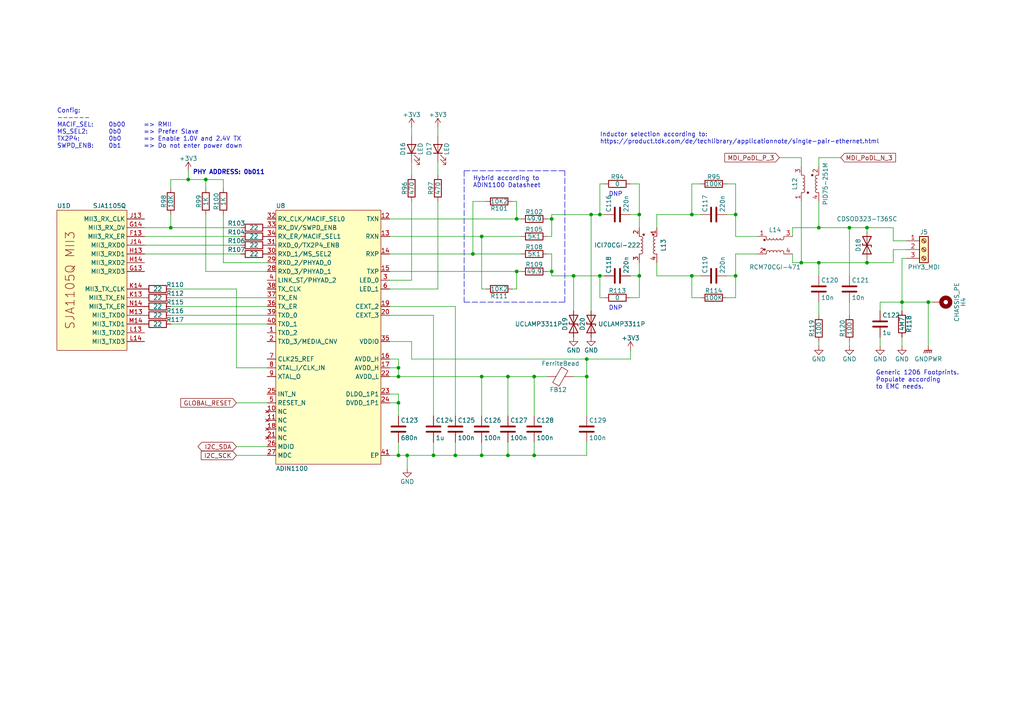
<source format=kicad_sch>
(kicad_sch (version 20211123) (generator eeschema)
  (paper "A4")
  (title_block (title "Open Hardware 10Base-T1L Switch") (date "2023-04-07") (rev "REV A") (company "Peter Heinrich") (comment 1 "Open Hardware License CERN-OHL-P v2") (comment 2 "https://github.com/peterheinrich/Open_10Base-T1L_Switch"))
  (lib_symbols
    (symbol "ADIN1100:ADIN1100"
      (property "Reference" "U" (at 0 1.27 0))
      (property "Value" "ADIN1100" (at 0 -74.93 0))
      (symbol "ADIN1100_1_1"
        (pin input line (at -2.54 -35.56 0) (length 2.54) (name "TXD_2") (number "1"))
        (pin no_connect line (at -2.54 -58.42 0) (length 2.54) (name "NC") (number "10"))
        (pin no_connect line (at -2.54 -60.96 0) (length 2.54) (name "NC") (number "11"))
        (pin bidirectional line (at 33.02 -2.54 180) (length 2.54) (name "TXN") (number "12"))
        (pin bidirectional line (at 33.02 -7.62 180) (length 2.54) (name "RXN") (number "13"))
        (pin bidirectional line (at 33.02 -12.7 180) (length 2.54) (name "RXP") (number "14"))
        (pin bidirectional line (at 33.02 -17.78 180) (length 2.54) (name "TXP") (number "15"))
        (pin power_in line (at 33.02 -43.18 180) (length 2.54) (name "AVDD_H") (number "16"))
        (pin power_in line (at 33.02 -45.72 180) (length 2.54) (name "AVDD_H") (number "17"))
        (pin no_connect line (at -2.54 -63.5 0) (length 2.54) (name "NC") (number "18"))
        (pin input line (at 33.02 -27.94 180) (length 2.54) (name "CEXT_2") (number "19"))
        (pin input line (at -2.54 -38.1 0) (length 2.54) (name "TXD_3/MEDIA_CNV") (number "2"))
        (pin input line (at 33.02 -30.48 180) (length 2.54) (name "CEXT_3") (number "20"))
        (pin no_connect line (at -2.54 -66.04 0) (length 2.54) (name "NC") (number "21"))
        (pin power_in line (at 33.02 -48.26 180) (length 2.54) (name "AVDD_L") (number "22"))
        (pin power_in line (at 33.02 -53.34 180) (length 2.54) (name "DLDO_1P1") (number "23"))
        (pin power_in line (at 33.02 -55.88 180) (length 2.54) (name "DVDD_1P1") (number "24"))
        (pin output line (at -2.54 -53.34 0) (length 2.54) (name "INT_N") (number "25"))
        (pin bidirectional line (at -2.54 -68.58 0) (length 2.54) (name "MDIO") (number "26"))
        (pin input line (at -2.54 -71.12 0) (length 2.54) (name "MDC") (number "27"))
        (pin output line (at -2.54 -17.78 0) (length 2.54) (name "RXD_3/PHYAD_1") (number "28"))
        (pin output line (at -2.54 -15.24 0) (length 2.54) (name "RXD_2/PHYAD_0") (number "29"))
        (pin output line (at 33.02 -20.32 180) (length 2.54) (name "LED_0") (number "3"))
        (pin output line (at -2.54 -12.7 0) (length 2.54) (name "RXD_1/MS_SEL2") (number "30"))
        (pin output line (at -2.54 -10.16 0) (length 2.54) (name "RXD_0/TX2P4_ENB") (number "31"))
        (pin output line (at -2.54 -2.54 0) (length 2.54) (name "RX_CLK/MACIF_SEL0") (number "32"))
        (pin output line (at -2.54 -5.08 0) (length 2.54) (name "RX_DV/SWPD_ENB") (number "33"))
        (pin output line (at -2.54 -7.62 0) (length 2.54) (name "RX_ER/MACIF_SEL1") (number "34"))
        (pin power_in line (at 33.02 -38.1 180) (length 2.54) (name "VDDIO") (number "35"))
        (pin input line (at -2.54 -27.94 0) (length 2.54) (name "TX_ER") (number "36"))
        (pin input line (at -2.54 -25.4 0) (length 2.54) (name "TX_EN") (number "37"))
        (pin output line (at -2.54 -22.86 0) (length 2.54) (name "TX_CLK") (number "38"))
        (pin input line (at -2.54 -30.48 0) (length 2.54) (name "TXD_0") (number "39"))
        (pin output line (at -2.54 -20.32 0) (length 2.54) (name "LINK_ST/PHYAD_2") (number "4"))
        (pin input line (at -2.54 -33.02 0) (length 2.54) (name "TXD_1") (number "40"))
        (pin power_in line (at 33.02 -71.12 180) (length 2.54) (name "EP") (number "41"))
        (pin input line (at -2.54 -55.88 0) (length 2.54) (name "RESET_N") (number "5"))
        (pin output line (at 33.02 -22.86 180) (length 2.54) (name "LED_1") (number "6"))
        (pin output line (at -2.54 -43.18 0) (length 2.54) (name "CLK25_REF") (number "7"))
        (pin input line (at -2.54 -45.72 0) (length 2.54) (name "XTAL_I/CLK_IN") (number "8"))
        (pin output line (at -2.54 -48.26 0) (length 2.54) (name "XTAL_O") (number "9"))
      )
    )
    (symbol "Connector:Screw_Terminal_01x03" (pin_names (offset 1.016) hide)
      (property "Reference" "J" (at 0 5.08 0))
      (property "Value" "Screw_Terminal_01x03" (at 0 -5.08 0))
      (symbol "Screw_Terminal_01x03_1_1"
        (pin passive line (at -5.08 2.54 0) (length 3.81) (name "Pin_1") (number "1"))
        (pin passive line (at -5.08 0 0) (length 3.81) (name "Pin_2") (number "2"))
        (pin passive line (at -5.08 -2.54 0) (length 3.81) (name "Pin_3") (number "3"))
      )
    )
    (symbol "Device:C" (pin_numbers hide) (pin_names (offset 0.254))
      (property "Reference" "C" (at 0.635 2.54 0))
      (property "Value" "C" (at 0.635 -2.54 0))
      (symbol "C_1_1"
        (pin passive line (at 0 3.81 270) (length 2.794) (name "~") (number "1"))
        (pin passive line (at 0 -3.81 90) (length 2.794) (name "~") (number "2"))
      )
    )
    (symbol "Device:D_TVS" (pin_numbers hide) (pin_names (offset 1.016) hide)
      (property "Reference" "D" (at 0 2.54 0))
      (property "Value" "D_TVS" (at 0 -2.54 0))
      (symbol "D_TVS_1_1"
        (pin passive line (at -3.81 0 0) (length 2.54) (name "A1") (number "1"))
        (pin passive line (at 3.81 0 180) (length 2.54) (name "A2") (number "2"))
      )
    )
    (symbol "Device:FerriteBead" (pin_numbers hide) (pin_names (offset 0))
      (property "Reference" "FB" (at -3.81 0.635 90))
      (property "Value" "FerriteBead" (at 3.81 0 90))
      (symbol "FerriteBead_1_1"
        (pin passive line (at 0 3.81 270) (length 2.54) (name "~") (number "1"))
        (pin passive line (at 0 -3.81 90) (length 2.54) (name "~") (number "2"))
      )
    )
    (symbol "Device:LED" (pin_numbers hide) (pin_names (offset 1.016) hide)
      (property "Reference" "D" (at 0 2.54 0))
      (property "Value" "LED" (at 0 -2.54 0))
      (symbol "LED_1_1"
        (pin passive line (at -3.81 0 0) (length 2.54) (name "K") (number "1"))
        (pin passive line (at 3.81 0 180) (length 2.54) (name "A") (number "2"))
      )
    )
    (symbol "Device:L_Coupled_1324" (pin_names (offset 0.254) hide)
      (property "Reference" "L" (at 0 4.445 0))
      (property "Value" "L_Coupled_1324" (at 0 -4.445 0))
      (symbol "L_Coupled_1324_1_1"
        (pin passive line (at -5.08 2.54 0) (length 2.54) (name "1") (number "1"))
        (pin passive line (at -5.08 -2.54 0) (length 2.54) (name "2") (number "2"))
        (pin passive line (at 5.08 2.54 180) (length 2.54) (name "3") (number "3"))
        (pin passive line (at 5.08 -2.54 180) (length 2.54) (name "4") (number "4"))
      )
    )
    (symbol "Device:L_Coupled_1423" (pin_names (offset 0.254) hide)
      (property "Reference" "L" (at 0 4.445 0))
      (property "Value" "L_Coupled_1423" (at 0 -4.445 0))
      (symbol "L_Coupled_1423_1_1"
        (pin passive line (at -5.08 2.54 0) (length 2.54) (name "1") (number "1"))
        (pin passive line (at -5.08 -2.54 0) (length 2.54) (name "2") (number "2"))
        (pin passive line (at 5.08 -2.54 180) (length 2.54) (name "3") (number "3"))
        (pin passive line (at 5.08 2.54 180) (length 2.54) (name "4") (number "4"))
      )
    )
    (symbol "Device:R" (pin_numbers hide) (pin_names (offset 0))
      (property "Reference" "R" (at 2.032 0 90))
      (property "Value" "R" (at 0 0 90))
      (symbol "R_1_1"
        (pin passive line (at 0 3.81 270) (length 1.27) (name "~") (number "1"))
        (pin passive line (at 0 -3.81 90) (length 1.27) (name "~") (number "2"))
      )
    )
    (symbol "L_differential_1324:L_Coupled_1324" (pin_names (offset 0.254) hide)
      (property "Reference" "L?" (at 0 4.445 0))
      (property "Value" "L_Coupled_1324" (at 0 -4.445 0))
      (symbol "L_Coupled_1324_1_1"
        (pin passive line (at -5.08 2.54 0) (length 2.54) (name "1") (number "1"))
        (pin passive line (at 5.08 -2.54 180) (length 2.54) (name "2") (number "2"))
        (pin passive line (at 5.08 2.54 180) (length 2.54) (name "3") (number "3"))
        (pin passive line (at -5.08 -2.54 0) (length 2.54) (name "4") (number "4"))
      )
    )
    (symbol "Mechanical:MountingHole_Pad" (pin_numbers hide) (pin_names (offset 1.016) hide)
      (property "Reference" "H" (at 0 6.35 0))
      (property "Value" "MountingHole_Pad" (at 0 4.445 0))
      (symbol "MountingHole_Pad_1_1"
        (pin input line (at 0 -2.54 90) (length 2.54) (name "1") (number "1"))
      )
    )
    (symbol "SJA1105Q:SJA1105Q"
      (property "Reference" "U" (at 0 1.27 0))
      (property "Value" "SJA1105Q" (at 15.24 1.27 0))
      (symbol "SJA1105Q_1_1"
        (text "SJA1105Q MII0" (at 3.81 -20.32 900) (effects (font (size 2.54 2.54))))
        (pin output line (at 25.4 -30.48 180) (length 5.08) (name "MII0_TXD0") (number "A2"))
        (pin output line (at 25.4 -27.94 180) (length 5.08) (name "MII0_TX_ER") (number "A3"))
        (pin output line (at 25.4 -33.02 180) (length 5.08) (name "MII0_TXD1") (number "B1"))
        (pin output line (at 25.4 -38.1 180) (length 5.08) (name "MII0_TXD3") (number "C1"))
        (pin output line (at 25.4 -35.56 180) (length 5.08) (name "MII0_TXD2") (number "C2"))
        (pin bidirectional line (at 25.4 -22.86 180) (length 5.08) (name "MII0_TX_CLK") (number "D1"))
        (pin output line (at 25.4 -25.4 180) (length 5.08) (name "MII0_TX_EN") (number "D2"))
        (pin input line (at 25.4 -10.16 180) (length 5.08) (name "MII0_RXD0") (number "E1"))
        (pin bidirectional line (at 25.4 -2.54 180) (length 5.08) (name "MII0_RX_CLK") (number "E2"))
        (pin input line (at 25.4 -15.24 180) (length 5.08) (name "MII0_RXD2") (number "F1"))
        (pin input line (at 25.4 -12.7 180) (length 5.08) (name "MII0_RXD1") (number "F2"))
        (pin input line (at 25.4 -5.08 180) (length 5.08) (name "MII0_RX_DV") (number "G1"))
        (pin input line (at 25.4 -17.78 180) (length 5.08) (name "MII0_RXD3") (number "G2"))
        (pin input line (at 25.4 -7.62 180) (length 5.08) (name "MII0_RX_ER") (number "H2"))
      )
      (symbol "SJA1105Q_2_1"
        (text "SJA1105Q MII1" (at 3.81 -20.32 900) (effects (font (size 2.54 2.54))))
        (pin output line (at 25.4 -27.94 180) (length 5.08) (name "MII1_TX_ER") (number "A10"))
        (pin input line (at 25.4 -5.08 180) (length 5.08) (name "MII1_RX_DV") (number "A4"))
        (pin input line (at 25.4 -15.24 180) (length 5.08) (name "MII1_RXD2") (number "A5"))
        (pin input line (at 25.4 -10.16 180) (length 5.08) (name "MII1_RXD0") (number "A6"))
        (pin bidirectional line (at 25.4 -22.86 180) (length 5.08) (name "MII1_TX_CLK") (number "A7"))
        (pin output line (at 25.4 -38.1 180) (length 5.08) (name "MII1_TXD3") (number "A8"))
        (pin output line (at 25.4 -33.02 180) (length 5.08) (name "MII1_TXD1") (number "A9"))
        (pin input line (at 25.4 -7.62 180) (length 5.08) (name "MII1_RX_ER") (number "B3"))
        (pin input line (at 25.4 -17.78 180) (length 5.08) (name "MII1_RXD3") (number "B4"))
        (pin input line (at 25.4 -12.7 180) (length 5.08) (name "MII1_RXD1") (number "B5"))
        (pin bidirectional line (at 25.4 -2.54 180) (length 5.08) (name "MII1_RX_CLK") (number "B6"))
        (pin output line (at 25.4 -25.4 180) (length 5.08) (name "MII1_TX_EN") (number "B7"))
        (pin output line (at 25.4 -35.56 180) (length 5.08) (name "MII1_TXD2") (number "B8"))
        (pin output line (at 25.4 -30.48 180) (length 5.08) (name "MII1_TXD0") (number "B9"))
      )
      (symbol "SJA1105Q_3_1"
        (text "SJA1105Q MII2" (at 3.81 -20.32 900) (effects (font (size 2.54 2.54))))
        (pin input line (at 25.4 -5.08 180) (length 5.08) (name "MII2_RX_DV") (number "A11"))
        (pin input line (at 25.4 -15.24 180) (length 5.08) (name "MII2_RXD2") (number "A12"))
        (pin input line (at 25.4 -10.16 180) (length 5.08) (name "MII2_RXD0") (number "A13"))
        (pin input line (at 25.4 -7.62 180) (length 5.08) (name "MII2_RX_ER") (number "B10"))
        (pin input line (at 25.4 -17.78 180) (length 5.08) (name "MII2_RXD3") (number "B11"))
        (pin input line (at 25.4 -12.7 180) (length 5.08) (name "MII2_RXD1") (number "B12"))
        (pin bidirectional line (at 25.4 -2.54 180) (length 5.08) (name "MII2_RX_CLK") (number "B14"))
        (pin output line (at 25.4 -25.4 180) (length 5.08) (name "MII2_TX_EN") (number "C13"))
        (pin bidirectional line (at 25.4 -22.86 180) (length 5.08) (name "MII2_TX_CLK") (number "C14"))
        (pin output line (at 25.4 -35.56 180) (length 5.08) (name "MII2_TXD2") (number "D13"))
        (pin output line (at 25.4 -38.1 180) (length 5.08) (name "MII2_TXD3") (number "D14"))
        (pin output line (at 25.4 -30.48 180) (length 5.08) (name "MII2_TXD0") (number "E13"))
        (pin output line (at 25.4 -33.02 180) (length 5.08) (name "MII2_TXD1") (number "E14"))
        (pin output line (at 25.4 -27.94 180) (length 5.08) (name "MII2_TX_ER") (number "F14"))
      )
      (symbol "SJA1105Q_4_1"
        (text "SJA1105Q MII3" (at 3.81 -20.32 900) (effects (font (size 2.54 2.54))))
        (pin input line (at 25.4 -7.62 180) (length 5.08) (name "MII3_RX_ER") (number "F13"))
        (pin input line (at 25.4 -17.78 180) (length 5.08) (name "MII3_RXD3") (number "G13"))
        (pin input line (at 25.4 -5.08 180) (length 5.08) (name "MII3_RX_DV") (number "G14"))
        (pin input line (at 25.4 -12.7 180) (length 5.08) (name "MII3_RXD1") (number "H13"))
        (pin input line (at 25.4 -15.24 180) (length 5.08) (name "MII3_RXD2") (number "H14"))
        (pin bidirectional line (at 25.4 -2.54 180) (length 5.08) (name "MII3_RX_CLK") (number "J13"))
        (pin input line (at 25.4 -10.16 180) (length 5.08) (name "MII3_RXD0") (number "J14"))
        (pin output line (at 25.4 -25.4 180) (length 5.08) (name "MII3_TX_EN") (number "K13"))
        (pin bidirectional line (at 25.4 -22.86 180) (length 5.08) (name "MII3_TX_CLK") (number "K14"))
        (pin output line (at 25.4 -35.56 180) (length 5.08) (name "MII3_TXD2") (number "L13"))
        (pin output line (at 25.4 -38.1 180) (length 5.08) (name "MII3_TXD3") (number "L14"))
        (pin output line (at 25.4 -30.48 180) (length 5.08) (name "MII3_TXD0") (number "M13"))
        (pin output line (at 25.4 -33.02 180) (length 5.08) (name "MII3_TXD1") (number "M14"))
        (pin output line (at 25.4 -27.94 180) (length 5.08) (name "MII3_TX_ER") (number "N14"))
      )
      (symbol "SJA1105Q_5_1"
        (text "SJA1105Q MII4" (at 3.81 -20.32 900) (effects (font (size 2.54 2.54))))
        (pin input line (at 25.4 -10.16 180) (length 5.08) (name "MII4_RXD0") (number "N10"))
        (pin input line (at 25.4 -15.24 180) (length 5.08) (name "MII4_RXD2") (number "N11"))
        (pin input line (at 25.4 -5.08 180) (length 5.08) (name "MII4_RX_DV") (number "N12"))
        (pin output line (at 25.4 -33.02 180) (length 5.08) (name "MII4_TXD1") (number "N7"))
        (pin output line (at 25.4 -38.1 180) (length 5.08) (name "MII4_TXD3") (number "N8"))
        (pin bidirectional line (at 25.4 -22.86 180) (length 5.08) (name "MII4_TX_CLK") (number "N9"))
        (pin bidirectional line (at 25.4 -2.54 180) (length 5.08) (name "MII4_RX_CLK") (number "P10"))
        (pin input line (at 25.4 -12.7 180) (length 5.08) (name "MII4_RXD1") (number "P11"))
        (pin input line (at 25.4 -17.78 180) (length 5.08) (name "MII4_RXD3") (number "P12"))
        (pin input line (at 25.4 -7.62 180) (length 5.08) (name "MII4_RX_ER") (number "P13"))
        (pin output line (at 25.4 -27.94 180) (length 5.08) (name "MII4_TX_ER") (number "P6"))
        (pin output line (at 25.4 -30.48 180) (length 5.08) (name "MII4_TXD0") (number "P7"))
        (pin output line (at 25.4 -35.56 180) (length 5.08) (name "MII4_TXD2") (number "P8"))
        (pin output line (at 25.4 -25.4 180) (length 5.08) (name "MII4_TX_EN") (number "P9"))
      )
      (symbol "SJA1105Q_6_1"
        (text "SJA1105Q CLK" (at 15.24 -17.78 900) (effects (font (size 2.54 2.54))))
        (pin output line (at -5.08 -2.54 0) (length 5.08) (name "CLK_OUT") (number "H1"))
        (pin input line (at -5.08 -20.32 0) (length 5.08) (name "OSC_IN") (number "K2"))
        (pin output line (at -5.08 -7.62 0) (length 5.08) (name "OSC_OUT") (number "L1"))
        (pin power_in line (at 33.02 -17.78 180) (length 5.08) (name "i.c.") (number "L4"))
        (pin input line (at 33.02 -2.54 180) (length 5.08) (name "TRST_N") (number "M1"))
        (pin input line (at 33.02 -10.16 180) (length 5.08) (name "TDI") (number "M2"))
        (pin input line (at 33.02 -12.7 180) (length 5.08) (name "TCK") (number "N1"))
        (pin output line (at 33.02 -7.62 180) (length 5.08) (name "TDO") (number "N3"))
        (pin bidirectional line (at -5.08 -33.02 0) (length 5.08) (name "PTP_CLK") (number "N4"))
        (pin input line (at 33.02 -25.4 180) (length 5.08) (name "SDI") (number "N5"))
        (pin input line (at 33.02 -30.48 180) (length 5.08) (name "SS_N") (number "N6"))
        (pin input line (at 33.02 -5.08 180) (length 5.08) (name "TMS") (number "P2"))
        (pin input line (at 33.02 -33.02 180) (length 5.08) (name "RST_N") (number "P3"))
        (pin output line (at 33.02 -27.94 180) (length 5.08) (name "SDO") (number "P4"))
        (pin input line (at 33.02 -22.86 180) (length 5.08) (name "SCK") (number "P5"))
      )
      (symbol "SJA1105Q_7_1"
        (text "SJA1105Q Power" (at 12.7 -48.26 900) (effects (font (size 2.54 2.54))))
        (pin power_in line (at -5.08 -2.54 0) (length 5.08) (name "VSS") (number "A1"))
        (pin power_in line (at 33.02 -88.9 180) (length 5.08) (name "VSS") (number "A14"))
        (pin power_in line (at 33.02 -83.82 180) (length 5.08) (name "VSS") (number "B13"))
        (pin power_in line (at 33.02 -48.26 180) (length 5.08) (name "VDDIO_MII2") (number "D10"))
        (pin power_in line (at 33.02 -50.8 180) (length 5.08) (name "VDDIO_MII2") (number "D11"))
        (pin power_in line (at 33.02 -33.02 180) (length 5.08) (name "VDDIO_MII0") (number "D4"))
        (pin power_in line (at 33.02 -40.64 180) (length 5.08) (name "VDDIO_MII1") (number "D5"))
        (pin power_in line (at 33.02 -7.62 180) (length 5.08) (name "VDD_CORE") (number "D6"))
        (pin power_in line (at 33.02 -43.18 180) (length 5.08) (name "VDDIO_MII1") (number "D7"))
        (pin power_in line (at 33.02 -45.72 180) (length 5.08) (name "VDDIO_MII1") (number "D8"))
        (pin power_in line (at 33.02 -12.7 180) (length 5.08) (name "VDD_CORE") (number "D9"))
        (pin power_in line (at -5.08 -91.44 0) (length 5.08) (name "VSS") (number "E10"))
        (pin power_in line (at 33.02 -53.34 180) (length 5.08) (name "VDDIO_MII2") (number "E11"))
        (pin power_in line (at 33.02 -35.56 180) (length 5.08) (name "VDDIO_MII0") (number "E4"))
        (pin power_in line (at -5.08 -12.7 0) (length 5.08) (name "VSS") (number "E5"))
        (pin power_in line (at -5.08 -27.94 0) (length 5.08) (name "VSS") (number "E6"))
        (pin power_in line (at -5.08 -43.18 0) (length 5.08) (name "VSS") (number "E7"))
        (pin power_in line (at -5.08 -60.96 0) (length 5.08) (name "VSS") (number "E8"))
        (pin power_in line (at -5.08 -76.2 0) (length 5.08) (name "VSS") (number "E9"))
        (pin power_in line (at -5.08 -93.98 0) (length 5.08) (name "VSS") (number "F10"))
        (pin power_in line (at 33.02 -17.78 180) (length 5.08) (name "VDD_CORE") (number "F11"))
        (pin power_in line (at 33.02 -2.54 180) (length 5.08) (name "VDD_CORE") (number "F4"))
        (pin power_in line (at -5.08 -15.24 0) (length 5.08) (name "VSS") (number "F5"))
        (pin power_in line (at -5.08 -30.48 0) (length 5.08) (name "VSS") (number "F6"))
        (pin power_in line (at -5.08 -45.72 0) (length 5.08) (name "VSS") (number "F7"))
        (pin power_in line (at -5.08 -63.5 0) (length 5.08) (name "VSS") (number "F8"))
        (pin power_in line (at -5.08 -78.74 0) (length 5.08) (name "VSS") (number "F9"))
        (pin power_in line (at -5.08 -96.52 0) (length 5.08) (name "VSS") (number "G10"))
        (pin power_in line (at 33.02 -55.88 180) (length 5.08) (name "VDDIO_MII3") (number "G11"))
        (pin power_in line (at 33.02 -38.1 180) (length 5.08) (name "VDDIO_MII0") (number "G4"))
        (pin power_in line (at -5.08 -17.78 0) (length 5.08) (name "VSS") (number "G5"))
        (pin power_in line (at -5.08 -33.02 0) (length 5.08) (name "VSS") (number "G6"))
        (pin power_in line (at -5.08 -48.26 0) (length 5.08) (name "VSS") (number "G7"))
        (pin power_in line (at -5.08 -66.04 0) (length 5.08) (name "VSS") (number "G8"))
        (pin power_in line (at -5.08 -81.28 0) (length 5.08) (name "VSS") (number "G9"))
        (pin power_in line (at 33.02 -76.2 180) (length 5.08) (name "VSS") (number "H10"))
        (pin power_in line (at 33.02 -58.42 180) (length 5.08) (name "VDDIO_MII3") (number "H11"))
        (pin power_in line (at 33.02 -27.94 180) (length 5.08) (name "VDDIO_CLO") (number "H4"))
        (pin power_in line (at -5.08 -20.32 0) (length 5.08) (name "VSS") (number "H5"))
        (pin power_in line (at -5.08 -35.56 0) (length 5.08) (name "VSS") (number "H6"))
        (pin power_in line (at -5.08 -50.8 0) (length 5.08) (name "VSS") (number "H7"))
        (pin power_in line (at -5.08 -68.58 0) (length 5.08) (name "VSS") (number "H8"))
        (pin power_in line (at -5.08 -83.82 0) (length 5.08) (name "VSS") (number "H9"))
        (pin power_in line (at 33.02 -25.4 180) (length 5.08) (name "VDDA_PLL") (number "J1"))
        (pin power_in line (at 33.02 -78.74 180) (length 5.08) (name "VSS") (number "J10"))
        (pin power_in line (at 33.02 -20.32 180) (length 5.08) (name "VDD_CORE") (number "J11"))
        (pin power_in line (at 33.02 -96.52 180) (length 5.08) (name "VSSA_PLL") (number "J2"))
        (pin power_in line (at 33.02 -5.08 180) (length 5.08) (name "VDD_CORE") (number "J4"))
        (pin power_in line (at -5.08 -22.86 0) (length 5.08) (name "VSS") (number "J5"))
        (pin power_in line (at -5.08 -38.1 0) (length 5.08) (name "VSS") (number "J6"))
        (pin power_in line (at -5.08 -53.34 0) (length 5.08) (name "VSS") (number "J7"))
        (pin power_in line (at -5.08 -71.12 0) (length 5.08) (name "VSS") (number "J8"))
        (pin power_in line (at -5.08 -86.36 0) (length 5.08) (name "VSS") (number "J9"))
        (pin power_in line (at 33.02 -22.86 180) (length 5.08) (name "VDDA_OSC") (number "K1"))
        (pin power_in line (at 33.02 -81.28 180) (length 5.08) (name "VSS") (number "K10"))
        (pin power_in line (at 33.02 -60.96 180) (length 5.08) (name "VDDIO_MII3") (number "K11"))
        (pin power_in line (at -5.08 -10.16 0) (length 5.08) (name "VSS") (number "K4"))
        (pin power_in line (at -5.08 -25.4 0) (length 5.08) (name "VSS") (number "K5"))
        (pin power_in line (at -5.08 -40.64 0) (length 5.08) (name "VSS") (number "K6"))
        (pin power_in line (at -5.08 -55.88 0) (length 5.08) (name "VSS") (number "K7"))
        (pin power_in line (at -5.08 -73.66 0) (length 5.08) (name "VSS") (number "K8"))
        (pin power_in line (at -5.08 -88.9 0) (length 5.08) (name "VSS") (number "K9"))
        (pin power_in line (at 33.02 -66.04 180) (length 5.08) (name "VDDIO_MII4") (number "L10"))
        (pin power_in line (at 33.02 -68.58 180) (length 5.08) (name "VDDIO_MII4") (number "L11"))
        (pin power_in line (at 33.02 -93.98 180) (length 5.08) (name "VSSA_OSC") (number "L2"))
        (pin power_in line (at 33.02 -30.48 180) (length 5.08) (name "VDDIO_HOST") (number "L5"))
        (pin power_in line (at 33.02 -10.16 180) (length 5.08) (name "VDD_CORE") (number "L6"))
        (pin power_in line (at -5.08 -58.42 0) (length 5.08) (name "VSS") (number "L7"))
        (pin power_in line (at 33.02 -63.5 180) (length 5.08) (name "VDDIO_MII4") (number "L8"))
        (pin power_in line (at 33.02 -15.24 180) (length 5.08) (name "VDD_CORE") (number "L9"))
        (pin power_in line (at 33.02 -86.36 180) (length 5.08) (name "VSS") (number "N13"))
        (pin power_in line (at -5.08 -7.62 0) (length 5.08) (name "VSS") (number "N2"))
        (pin power_in line (at -5.08 -5.08 0) (length 5.08) (name "VSS") (number "P1"))
        (pin power_in line (at 33.02 -91.44 180) (length 5.08) (name "VSS") (number "P14"))
      )
    )
    (symbol "power:+3V3" (power) (pin_names (offset 0))
      (property "Value" "+3V3" (at 0 3.556 0))
      (symbol "+3V3_1_1"
        (pin power_in line (at 0 0 90) (length 0) hide (name "+3V3") (number "1"))
      )
    )
    (symbol "power:GND" (power) (pin_names (offset 0))
      (property "Value" "GND" (at 0 -3.81 0))
      (symbol "GND_1_1"
        (pin power_in line (at 0 0 270) (length 0) hide (name "GND") (number "1"))
      )
    )
    (symbol "power:GNDPWR" (power) (pin_names (offset 0))
      (property "Value" "GNDPWR" (at 0 -3.302 0))
      (symbol "GNDPWR_1_1"
        (pin power_in line (at 0 0 270) (length 0) hide (name "GNDPWR") (number "1"))
      )
    )
  )
  (junction (at 118.11 132.08))
  (junction (at 185.42 62.23))
  (junction (at 49.53 66.04))
  (junction (at 200.66 80.01))
  (junction (at 149.86 78.74))
  (junction (at 166.37 80.01))
  (junction (at 115.57 106.68))
  (junction (at 237.49 66.04))
  (junction (at 139.7 132.08))
  (junction (at 246.38 66.04))
  (junction (at 237.49 76.2))
  (junction (at 115.57 116.84))
  (junction (at 137.16 73.66))
  (junction (at 251.46 66.04))
  (junction (at 251.46 76.2))
  (junction (at 185.42 80.01))
  (junction (at 139.7 109.22))
  (junction (at 147.32 109.22))
  (junction (at 139.7 68.58))
  (junction (at 125.73 132.08))
  (junction (at 269.24 87.63))
  (junction (at 54.61 52.07))
  (junction (at 154.94 132.08))
  (junction (at 200.66 62.23))
  (junction (at 149.86 63.5))
  (junction (at 173.99 62.23))
  (junction (at 173.99 80.01))
  (junction (at 170.18 109.22))
  (junction (at 170.18 104.14))
  (junction (at 171.45 62.23))
  (junction (at 261.62 87.63))
  (junction (at 213.36 80.01))
  (junction (at 154.94 109.22))
  (junction (at 147.32 132.08))
  (junction (at 115.57 109.22))
  (junction (at 160.02 78.74))
  (junction (at 115.57 132.08))
  (junction (at 232.41 76.2))
  (junction (at 132.08 132.08))
  (junction (at 59.69 52.07))
  (junction (at 160.02 63.5))
  (junction (at 213.36 62.23))
  (wire (pts (xy 115.57 132.08) (xy 118.11 132.08)))
  (wire (pts (xy 170.18 104.14) (xy 182.88 104.14)))
  (wire (pts (xy 246.38 66.04) (xy 246.38 80.01)))
  (wire (pts (xy 246.38 87.63) (xy 246.38 91.44)))
  (wire (pts (xy 237.49 99.06) (xy 237.49 100.33)))
  (wire (pts (xy 210.82 86.36) (xy 213.36 86.36)))
  (wire (pts (xy 41.91 71.12) (xy 69.85 71.12)))
  (polyline (pts (xy 163.83 87.63) (xy 163.83 49.53)))
  (wire (pts (xy 173.99 62.23) (xy 175.26 62.23)))
  (wire (pts (xy 251.46 76.2) (xy 259.08 76.2)))
  (wire (pts (xy 237.49 66.04) (xy 246.38 66.04)))
  (wire (pts (xy 49.53 86.36) (xy 77.47 86.36)))
  (wire (pts (xy 113.03 73.66) (xy 137.16 73.66)))
  (wire (pts (xy 262.89 72.39) (xy 259.08 72.39)))
  (wire (pts (xy 237.49 76.2) (xy 237.49 80.01)))
  (wire (pts (xy 262.89 69.85) (xy 259.08 69.85)))
  (wire (pts (xy 270.51 87.63) (xy 269.24 87.63)))
  (wire (pts (xy 229.87 76.2) (xy 229.87 73.66)))
  (wire (pts (xy 49.53 83.82) (xy 68.58 83.82)))
  (wire (pts (xy 68.58 106.68) (xy 77.47 106.68)))
  (wire (pts (xy 147.32 132.08) (xy 154.94 132.08)))
  (wire (pts (xy 190.5 80.01) (xy 190.5 76.2)))
  (wire (pts (xy 261.62 87.63) (xy 261.62 74.93)))
  (wire (pts (xy 41.91 66.04) (xy 49.53 66.04)))
  (wire (pts (xy 49.53 91.44) (xy 77.47 91.44)))
  (wire (pts (xy 113.03 106.68) (xy 115.57 106.68)))
  (wire (pts (xy 41.91 68.58) (xy 69.85 68.58)))
  (wire (pts (xy 173.99 86.36) (xy 173.99 80.01)))
  (wire (pts (xy 158.75 68.58) (xy 160.02 68.58)))
  (wire (pts (xy 182.88 80.01) (xy 185.42 80.01)))
  (wire (pts (xy 185.42 53.34) (xy 185.42 62.23)))
  (wire (pts (xy 182.88 62.23) (xy 185.42 62.23)))
  (wire (pts (xy 154.94 109.22) (xy 158.75 109.22)))
  (wire (pts (xy 200.66 62.23) (xy 203.2 62.23)))
  (wire (pts (xy 119.38 58.42) (xy 119.38 81.28)))
  (wire (pts (xy 232.41 58.42) (xy 232.41 76.2)))
  (wire (pts (xy 203.2 86.36) (xy 200.66 86.36)))
  (wire (pts (xy 132.08 128.27) (xy 132.08 132.08)))
  (wire (pts (xy 190.5 80.01) (xy 200.66 80.01)))
  (wire (pts (xy 171.45 62.23) (xy 173.99 62.23)))
  (wire (pts (xy 226.06 45.72) (xy 232.41 45.72)))
  (wire (pts (xy 171.45 62.23) (xy 171.45 90.17)))
  (polyline (pts (xy 134.62 87.63) (xy 163.83 87.63)))
  (wire (pts (xy 113.03 68.58) (xy 139.7 68.58)))
  (wire (pts (xy 125.73 132.08) (xy 125.73 128.27)))
  (wire (pts (xy 139.7 109.22) (xy 115.57 109.22)))
  (wire (pts (xy 170.18 132.08) (xy 170.18 128.27)))
  (wire (pts (xy 113.03 88.9) (xy 132.08 88.9)))
  (wire (pts (xy 149.86 78.74) (xy 151.13 78.74)))
  (wire (pts (xy 149.86 58.42) (xy 149.86 63.5)))
  (wire (pts (xy 175.26 80.01) (xy 173.99 80.01)))
  (wire (pts (xy 160.02 62.23) (xy 160.02 63.5)))
  (wire (pts (xy 68.58 116.84) (xy 77.47 116.84)))
  (wire (pts (xy 185.42 62.23) (xy 185.42 66.04)))
  (wire (pts (xy 115.57 106.68) (xy 115.57 109.22)))
  (wire (pts (xy 41.91 73.66) (xy 69.85 73.66)))
  (wire (pts (xy 190.5 62.23) (xy 200.66 62.23)))
  (wire (pts (xy 154.94 132.08) (xy 154.94 128.27)))
  (wire (pts (xy 119.38 46.99) (xy 119.38 50.8)))
  (wire (pts (xy 185.42 86.36) (xy 185.42 80.01)))
  (wire (pts (xy 213.36 53.34) (xy 213.36 62.23)))
  (wire (pts (xy 259.08 72.39) (xy 259.08 76.2)))
  (wire (pts (xy 237.49 45.72) (xy 243.84 45.72)))
  (wire (pts (xy 229.87 66.04) (xy 229.87 68.58)))
  (wire (pts (xy 213.36 62.23) (xy 213.36 68.58)))
  (wire (pts (xy 213.36 80.01) (xy 210.82 80.01)))
  (wire (pts (xy 125.73 120.65) (xy 125.73 91.44)))
  (wire (pts (xy 237.49 48.26) (xy 237.49 45.72)))
  (wire (pts (xy 125.73 91.44) (xy 113.03 91.44)))
  (wire (pts (xy 139.7 132.08) (xy 147.32 132.08)))
  (wire (pts (xy 147.32 120.65) (xy 147.32 109.22)))
  (wire (pts (xy 59.69 52.07) (xy 59.69 54.61)))
  (wire (pts (xy 127 36.83) (xy 127 39.37)))
  (wire (pts (xy 219.71 68.58) (xy 213.36 68.58)))
  (wire (pts (xy 154.94 132.08) (xy 170.18 132.08)))
  (wire (pts (xy 182.88 104.14) (xy 182.88 101.6)))
  (wire (pts (xy 77.47 76.2) (xy 64.77 76.2)))
  (wire (pts (xy 113.03 132.08) (xy 115.57 132.08)))
  (wire (pts (xy 118.11 132.08) (xy 125.73 132.08)))
  (wire (pts (xy 64.77 76.2) (xy 64.77 62.23)))
  (wire (pts (xy 54.61 52.07) (xy 59.69 52.07)))
  (wire (pts (xy 154.94 109.22) (xy 147.32 109.22)))
  (wire (pts (xy 68.58 83.82) (xy 68.58 106.68)))
  (wire (pts (xy 139.7 68.58) (xy 139.7 83.82)))
  (wire (pts (xy 140.97 83.82) (xy 139.7 83.82)))
  (wire (pts (xy 147.32 109.22) (xy 139.7 109.22)))
  (wire (pts (xy 139.7 68.58) (xy 151.13 68.58)))
  (wire (pts (xy 170.18 109.22) (xy 170.18 120.65)))
  (wire (pts (xy 137.16 73.66) (xy 151.13 73.66)))
  (wire (pts (xy 113.03 99.06) (xy 119.38 99.06)))
  (wire (pts (xy 127 46.99) (xy 127 50.8)))
  (wire (pts (xy 68.58 132.08) (xy 77.47 132.08)))
  (wire (pts (xy 251.46 66.04) (xy 259.08 66.04)))
  (wire (pts (xy 59.69 78.74) (xy 77.47 78.74)))
  (wire (pts (xy 140.97 58.42) (xy 137.16 58.42)))
  (wire (pts (xy 115.57 114.3) (xy 115.57 116.84)))
  (wire (pts (xy 190.5 62.23) (xy 190.5 66.04)))
  (wire (pts (xy 59.69 62.23) (xy 59.69 78.74)))
  (wire (pts (xy 127 83.82) (xy 127 58.42)))
  (wire (pts (xy 237.49 76.2) (xy 251.46 76.2)))
  (wire (pts (xy 269.24 87.63) (xy 269.24 100.33)))
  (wire (pts (xy 229.87 66.04) (xy 237.49 66.04)))
  (wire (pts (xy 182.88 53.34) (xy 185.42 53.34)))
  (wire (pts (xy 119.38 99.06) (xy 119.38 104.14)))
  (wire (pts (xy 261.62 87.63) (xy 261.62 90.17)))
  (wire (pts (xy 170.18 104.14) (xy 170.18 109.22)))
  (wire (pts (xy 158.75 73.66) (xy 160.02 73.66)))
  (wire (pts (xy 119.38 36.83) (xy 119.38 39.37)))
  (wire (pts (xy 59.69 52.07) (xy 64.77 52.07)))
  (wire (pts (xy 49.53 88.9) (xy 77.47 88.9)))
  (wire (pts (xy 200.66 80.01) (xy 203.2 80.01)))
  (wire (pts (xy 213.36 86.36) (xy 213.36 80.01)))
  (wire (pts (xy 139.7 120.65) (xy 139.7 109.22)))
  (wire (pts (xy 113.03 83.82) (xy 127 83.82)))
  (polyline (pts (xy 134.62 49.53) (xy 163.83 49.53)))
  (wire (pts (xy 64.77 52.07) (xy 64.77 54.61)))
  (wire (pts (xy 232.41 76.2) (xy 237.49 76.2)))
  (wire (pts (xy 115.57 128.27) (xy 115.57 132.08)))
  (wire (pts (xy 255.27 97.79) (xy 255.27 100.33)))
  (wire (pts (xy 200.66 53.34) (xy 200.66 62.23)))
  (wire (pts (xy 132.08 88.9) (xy 132.08 120.65)))
  (wire (pts (xy 148.59 83.82) (xy 149.86 83.82)))
  (wire (pts (xy 149.86 78.74) (xy 149.86 83.82)))
  (wire (pts (xy 160.02 80.01) (xy 166.37 80.01)))
  (wire (pts (xy 49.53 52.07) (xy 54.61 52.07)))
  (wire (pts (xy 115.57 116.84) (xy 113.03 116.84)))
  (wire (pts (xy 119.38 104.14) (xy 170.18 104.14)))
  (wire (pts (xy 68.58 129.54) (xy 77.47 129.54)))
  (wire (pts (xy 251.46 74.93) (xy 251.46 76.2)))
  (wire (pts (xy 137.16 58.42) (xy 137.16 73.66)))
  (wire (pts (xy 147.32 132.08) (xy 147.32 128.27)))
  (wire (pts (xy 113.03 104.14) (xy 115.57 104.14)))
  (wire (pts (xy 269.24 87.63) (xy 261.62 87.63)))
  (wire (pts (xy 261.62 97.79) (xy 261.62 100.33)))
  (wire (pts (xy 200.66 86.36) (xy 200.66 80.01)))
  (wire (pts (xy 118.11 132.08) (xy 118.11 135.89)))
  (wire (pts (xy 210.82 53.34) (xy 213.36 53.34)))
  (wire (pts (xy 154.94 120.65) (xy 154.94 109.22)))
  (wire (pts (xy 132.08 132.08) (xy 125.73 132.08)))
  (wire (pts (xy 246.38 66.04) (xy 251.46 66.04)))
  (wire (pts (xy 255.27 87.63) (xy 255.27 90.17)))
  (wire (pts (xy 115.57 116.84) (xy 115.57 120.65)))
  (wire (pts (xy 229.87 76.2) (xy 232.41 76.2)))
  (wire (pts (xy 160.02 62.23) (xy 171.45 62.23)))
  (wire (pts (xy 237.49 58.42) (xy 237.49 66.04)))
  (wire (pts (xy 185.42 80.01) (xy 185.42 76.2)))
  (wire (pts (xy 115.57 104.14) (xy 115.57 106.68)))
  (wire (pts (xy 219.71 73.66) (xy 213.36 73.66)))
  (wire (pts (xy 49.53 66.04) (xy 69.85 66.04)))
  (wire (pts (xy 237.49 87.63) (xy 237.49 91.44)))
  (wire (pts (xy 210.82 62.23) (xy 213.36 62.23)))
  (wire (pts (xy 113.03 78.74) (xy 149.86 78.74)))
  (wire (pts (xy 113.03 63.5) (xy 149.86 63.5)))
  (wire (pts (xy 261.62 74.93) (xy 262.89 74.93)))
  (wire (pts (xy 175.26 53.34) (xy 173.99 53.34)))
  (wire (pts (xy 173.99 53.34) (xy 173.99 62.23)))
  (wire (pts (xy 54.61 49.53) (xy 54.61 52.07)))
  (wire (pts (xy 160.02 80.01) (xy 160.02 78.74)))
  (wire (pts (xy 251.46 66.04) (xy 251.46 67.31)))
  (wire (pts (xy 203.2 53.34) (xy 200.66 53.34)))
  (wire (pts (xy 261.62 87.63) (xy 255.27 87.63)))
  (wire (pts (xy 232.41 45.72) (xy 232.41 48.26)))
  (wire (pts (xy 119.38 81.28) (xy 113.03 81.28)))
  (wire (pts (xy 173.99 80.01) (xy 166.37 80.01)))
  (wire (pts (xy 166.37 80.01) (xy 166.37 90.17)))
  (wire (pts (xy 175.26 86.36) (xy 173.99 86.36)))
  (wire (pts (xy 148.59 58.42) (xy 149.86 58.42)))
  (wire (pts (xy 170.18 109.22) (xy 166.37 109.22)))
  (wire (pts (xy 132.08 132.08) (xy 139.7 132.08)))
  (wire (pts (xy 160.02 78.74) (xy 160.02 73.66)))
  (wire (pts (xy 158.75 78.74) (xy 160.02 78.74)))
  (wire (pts (xy 259.08 69.85) (xy 259.08 66.04)))
  (wire (pts (xy 49.53 93.98) (xy 77.47 93.98)))
  (wire (pts (xy 213.36 73.66) (xy 213.36 80.01)))
  (wire (pts (xy 49.53 54.61) (xy 49.53 52.07)))
  (wire (pts (xy 49.53 62.23) (xy 49.53 66.04)))
  (wire (pts (xy 113.03 114.3) (xy 115.57 114.3)))
  (wire (pts (xy 115.57 109.22) (xy 113.03 109.22)))
  (wire (pts (xy 160.02 63.5) (xy 160.02 68.58)))
  (wire (pts (xy 246.38 99.06) (xy 246.38 100.33)))
  (polyline (pts (xy 134.62 49.53) (xy 134.62 87.63)))
  (wire (pts (xy 182.88 86.36) (xy 185.42 86.36)))
  (wire (pts (xy 149.86 63.5) (xy 151.13 63.5)))
  (wire (pts (xy 139.7 132.08) (xy 139.7 128.27)))
  (wire (pts (xy 158.75 63.5) (xy 160.02 63.5)))
  (text "Hybrid according to\nADIN1100 Datasheet" (at 137.16 54.61 0) (effects (font (size 1.27 1.27)) (justify left bottom)))
  (text "DNP" (at 176.53 57.15 0) (effects (font (size 1.27 1.27)) (justify left bottom)))
  (text "Config:\n------\nMACIF_SEL: 	0b00 	=> RMII\nMS_SEL2: 	0b0 	=> Prefer Slave\nTX2P4: 		0b0 	=> Enable 1.0V and 2.4V TX\nSWPD_ENB: 	0b1 	=> Do not enter power down" (at 16.51 43.18 0) (effects (font (size 1.27 1.27)) (justify left bottom)))
  (text "Generic 1206 Footprints.\nPopulate according \nto EMC needs." (at 254 113.03 0) (effects (font (size 1.27 1.27)) (justify left bottom)))
  (text "Inductor selection according to:\nhttps://product.tdk.com/de/techlibrary/applicationnote/single-pair-ethernet.html" (at 173.99 41.91 0) (effects (font (size 1.27 1.27)) (justify left bottom)))
  (text "DNP" (at 176.53 90.17 0) (effects (font (size 1.27 1.27)) (justify left bottom)))
  (text "PHY ADDRESS: 0b011" (at 55.88 50.8 0) (effects (font (size 1.27 1.27) bold) (justify left bottom)))
  (global_label "GLOBAL_RESET" (shape input) (at 68.58 116.84 180) (property "Intersheet References" "${INTERSHEET_REFS}" (effects hide)))
  (global_label "I2C_SCK" (shape input) (at 68.58 132.08 180) (property "Intersheet References" "${INTERSHEET_REFS}" (effects hide)))
  (global_label "I2C_SDA" (shape bidirectional) (at 68.58 129.54 180) (property "Intersheet References" "${INTERSHEET_REFS}" (effects hide)))
  (global_label "MDI_PoDL_N_3" (shape input) (at 243.84 45.72 0) (property "Intersheet References" "${INTERSHEET_REFS}" (effects hide)))
  (global_label "MDI_PoDL_P_3" (shape input) (at 226.06 45.72 180) (property "Intersheet References" "${INTERSHEET_REFS}" (effects hide)))
  (symbol (lib_id "Device:C") (at 170.18 124.46 0) (unit 1)
    (property "Reference" "C129" (at 170.815 121.92 0) (effects (justify left)))
    (property "Value" "100n" (at 170.815 127 0) (effects (justify left)))
    (property "Footprint" "Capacitor_SMD:C_0603_1608Metric" (effects hide))
  )
  (symbol (lib_id "Device:R") (at 64.77 58.42 180) (unit 1)
    (property "Reference" "R100" (at 62.738 58.42 90))
    (property "Value" "1K" (at 64.77 58.42 90))
    (property "Footprint" "Resistor_SMD:R_0603_1608Metric" (effects hide))
  )
  (symbol (lib_id "power:GND") (at 255.27 100.33 0) (unit 1)
    (property "Reference" "#PWR0127" (effects hide))
    (property "Value" "GND" (at 255.27 104.14 0))
  )
  (symbol (lib_id "Device:R") (at 207.01 53.34 90) (unit 1)
    (property "Reference" "R95" (at 207.01 51.308 90))
    (property "Value" "100K" (at 207.01 53.34 90))
    (property "Footprint" "Resistor_SMD:R_0805_2012Metric" (effects hide))
  )
  (symbol (lib_id "Device:L_Coupled_1324") (at 224.79 71.12 0) (unit 1)
    (property "Reference" "L14" (at 224.79 66.675 0))
    (property "Value" "RCM70CGI-471" (at 224.79 77.47 0))
  )
  (symbol (lib_id "Device:C") (at 179.07 62.23 90) (unit 1)
    (property "Reference" "C116" (at 176.53 61.595 0) (effects (justify left)))
    (property "Value" "220n" (at 181.61 61.595 0) (effects (justify left)))
    (property "Footprint" "Capacitor_SMD:C_0805_2012Metric" (effects hide))
  )
  (symbol (lib_id "Device:C") (at 132.08 124.46 0) (unit 1)
    (property "Reference" "C125" (at 132.715 121.92 0) (effects (justify left)))
    (property "Value" "100n" (at 132.715 127 0) (effects (justify left)))
    (property "Footprint" "Capacitor_SMD:C_0603_1608Metric" (effects hide))
  )
  (symbol (lib_id "Device:R") (at 73.66 68.58 90) (unit 1)
    (property "Reference" "R104" (at 68.58 67.31 90))
    (property "Value" "22" (at 73.66 68.58 90))
    (property "Footprint" "Resistor_SMD:R_0603_1608Metric" (effects hide))
  )
  (symbol (lib_id "power:GNDPWR") (at 269.24 100.33 0) (unit 1)
    (property "Reference" "#PWR0129" (effects hide))
    (property "Value" "GNDPWR" (at 269.24 104.14 0))
  )
  (symbol (lib_id "Device:R") (at 261.62 93.98 0) (unit 1)
    (property "Reference" "R118" (at 263.652 93.98 90))
    (property "Value" "4M7" (at 261.62 93.98 90))
    (property "Footprint" "Resistor_SMD:R_1206_3216Metric" (effects hide))
  )
  (symbol (lib_id "Device:LED") (at 127 43.18 90) (unit 1)
    (property "Reference" "D17" (at 124.46 43.18 0))
    (property "Value" "LED" (at 129.54 43.18 0))
    (property "Footprint" "LED_SMD:LED_0603_1608Metric" (effects hide))
  )
  (symbol (lib_id "power:GND") (at 118.11 135.89 0) (unit 1)
    (property "Reference" "#PWR0131" (effects hide))
    (property "Value" "GND" (at 118.11 139.7 0))
  )
  (symbol (lib_id "Device:R") (at 119.38 54.61 180) (unit 1)
    (property "Reference" "R96" (at 117.348 54.61 90))
    (property "Value" "470" (at 119.38 54.61 90))
    (property "Footprint" "Resistor_SMD:R_0603_1608Metric" (effects hide))
  )
  (symbol (lib_id "Device:C") (at 115.57 124.46 0) (unit 1)
    (property "Reference" "C123" (at 116.205 121.92 0) (effects (justify left)))
    (property "Value" "680n" (at 116.205 127 0) (effects (justify left)))
    (property "Footprint" "Capacitor_SMD:C_0603_1608Metric" (effects hide))
  )
  (symbol (lib_id "Device:R") (at 154.94 68.58 90) (unit 1)
    (property "Reference" "R105" (at 154.94 66.548 90))
    (property "Value" "5K1" (at 154.94 68.58 90))
    (property "Footprint" "Resistor_SMD:R_0603_1608Metric" (effects hide))
  )
  (symbol (lib_id "Device:R") (at 179.07 86.36 90) (unit 1)
    (property "Reference" "R113" (at 179.07 84.328 90))
    (property "Value" "0" (at 179.07 86.36 90))
    (property "Footprint" "Resistor_SMD:R_0805_2012Metric" (effects hide))
  )
  (symbol (lib_id "Device:R") (at 73.66 73.66 90) (unit 1)
    (property "Reference" "R107" (at 68.58 72.39 90))
    (property "Value" "22" (at 73.66 73.66 90))
    (property "Footprint" "Resistor_SMD:R_0603_1608Metric" (effects hide))
  )
  (symbol (lib_id "Device:C") (at 255.27 93.98 0) (unit 1)
    (property "Reference" "C122" (at 255.905 91.44 0) (effects (justify left)))
    (property "Value" "1u" (at 255.905 96.52 0) (effects (justify left)))
    (property "Footprint" "Capacitor_SMD:C_1206_3216Metric" (effects hide))
  )
  (symbol (lib_id "Device:R") (at 45.72 83.82 90) (unit 1)
    (property "Reference" "R110" (at 50.8 82.55 90))
    (property "Value" "22" (at 45.72 83.82 90))
    (property "Footprint" "Resistor_SMD:R_0603_1608Metric" (effects hide))
  )
  (symbol (lib_id "Device:R") (at 144.78 58.42 270) (unit 1)
    (property "Reference" "R101" (at 144.78 60.452 90))
    (property "Value" "10K2" (at 144.78 58.42 90))
    (property "Footprint" "Resistor_SMD:R_0603_1608Metric" (effects hide))
  )
  (symbol (lib_id "power:+3V3") (at 54.61 49.53 0) (unit 1)
    (property "Reference" "#PWR0122" (effects hide))
    (property "Value" "+3V3" (at 54.61 45.974 0))
  )
  (symbol (lib_id "Device:D_TVS") (at 251.46 71.12 90) (unit 1)
    (property "Reference" "D18" (at 248.92 71.12 0))
    (property "Value" "CDSOD323-T36SC" (at 251.46 63.5 90))
  )
  (symbol (lib_id "Device:R") (at 144.78 83.82 270) (unit 1)
    (property "Reference" "R111" (at 144.78 85.852 90))
    (property "Value" "10K2" (at 144.78 83.82 90))
    (property "Footprint" "Resistor_SMD:R_0603_1608Metric" (effects hide))
  )
  (symbol (lib_id "Device:R") (at 73.66 66.04 90) (unit 1)
    (property "Reference" "R103" (at 68.58 64.77 90))
    (property "Value" "22" (at 73.66 66.04 90))
    (property "Footprint" "Resistor_SMD:R_0603_1608Metric" (effects hide))
  )
  (symbol (lib_id "Device:C") (at 237.49 83.82 0) (unit 1)
    (property "Reference" "C120" (at 238.125 81.28 0) (effects (justify left)))
    (property "Value" "10n" (at 238.125 86.36 0) (effects (justify left)))
    (property "Footprint" "Capacitor_SMD:C_0805_2012Metric" (effects hide))
  )
  (symbol (lib_id "Device:C") (at 246.38 83.82 0) (unit 1)
    (property "Reference" "C121" (at 247.015 81.28 0) (effects (justify left)))
    (property "Value" "10n" (at 247.015 86.36 0) (effects (justify left)))
    (property "Footprint" "Capacitor_SMD:C_0805_2012Metric" (effects hide))
  )
  (symbol (lib_id "Device:R") (at 127 54.61 180) (unit 1)
    (property "Reference" "R97" (at 124.968 54.61 90))
    (property "Value" "470" (at 127 54.61 90))
    (property "Footprint" "Resistor_SMD:R_0603_1608Metric" (effects hide))
  )
  (symbol (lib_id "Connector:Screw_Terminal_01x03") (at 267.97 72.39 0) (unit 1)
    (property "Reference" "J5" (at 267.97 67.31 0))
    (property "Value" "PHY3_MDI" (at 267.97 77.47 0))
  )
  (symbol (lib_id "power:GND") (at 261.62 100.33 0) (unit 1)
    (property "Reference" "#PWR0128" (effects hide))
    (property "Value" "GND" (at 261.62 104.14 0))
  )
  (symbol (lib_id "ADIN1100:ADIN1100") (at 80.01 60.96 0) (unit 1)
    (property "Reference" "U8" (at 80.01 59.69 0) (effects (justify left)))
    (property "Value" "ADIN1100" (at 80.01 135.89 0) (effects (justify left)))
    (property "Footprint" "ADIN1100:LFCSP-40_EP_TheramVias" (effects hide))
    (property "Datasheet" "https://www.analog.com/media/en/technical-documentation/data-sheets/adin1100.pdf" (effects hide))
  )
  (symbol (lib_id "Device:D_TVS") (at 171.45 93.98 90) (unit 1)
    (property "Reference" "D20" (at 168.91 93.98 0))
    (property "Value" "UCLAMP3311P" (at 180.34 93.98 90))
  )
  (symbol (lib_id "Device:L_Coupled_1423") (at 187.96 71.12 270) (unit 1)
    (property "Reference" "L13" (at 192.405 71.12 0))
    (property "Value" "ICI70CGI-222" (at 179.07 71.12 90))
  )
  (symbol (lib_id "Device:C") (at 154.94 124.46 0) (unit 1)
    (property "Reference" "C128" (at 155.575 121.92 0) (effects (justify left)))
    (property "Value" "100n" (at 155.575 127 0) (effects (justify left)))
    (property "Footprint" "Capacitor_SMD:C_0603_1608Metric" (effects hide))
  )
  (symbol (lib_id "power:+3V3") (at 182.88 101.6 0) (unit 1)
    (property "Reference" "#PWR0130" (effects hide))
    (property "Value" "+3V3" (at 182.88 98.044 0))
  )
  (symbol (lib_id "Device:R") (at 154.94 73.66 90) (unit 1)
    (property "Reference" "R108" (at 154.94 71.628 90))
    (property "Value" "5K1" (at 154.94 73.66 90))
    (property "Footprint" "Resistor_SMD:R_0603_1608Metric" (effects hide))
  )
  (symbol (lib_id "power:GND") (at 246.38 100.33 0) (unit 1)
    (property "Reference" "#PWR0126" (effects hide))
    (property "Value" "GND" (at 246.38 104.14 0))
  )
  (symbol (lib_id "Device:R") (at 237.49 95.25 180) (unit 1)
    (property "Reference" "R119" (at 235.458 95.25 90))
    (property "Value" "100" (at 237.49 95.25 90))
    (property "Footprint" "Resistor_SMD:R_0805_2012Metric" (effects hide))
  )
  (symbol (lib_id "power:GND") (at 237.49 100.33 0) (unit 1)
    (property "Reference" "#PWR0125" (effects hide))
    (property "Value" "GND" (at 237.49 104.14 0))
  )
  (symbol (lib_id "Device:LED") (at 119.38 43.18 90) (unit 1)
    (property "Reference" "D16" (at 116.84 43.18 0))
    (property "Value" "LED" (at 121.92 43.18 0))
    (property "Footprint" "LED_SMD:LED_0603_1608Metric" (effects hide))
  )
  (symbol (lib_id "Device:R") (at 154.94 78.74 90) (unit 1)
    (property "Reference" "R109" (at 154.94 76.708 90))
    (property "Value" "49.9" (at 154.94 78.74 90))
    (property "Footprint" "Resistor_SMD:R_0603_1608Metric" (effects hide))
  )
  (symbol (lib_id "Device:C") (at 139.7 124.46 0) (unit 1)
    (property "Reference" "C126" (at 140.335 121.92 0) (effects (justify left)))
    (property "Value" "100n" (at 140.335 127 0) (effects (justify left)))
    (property "Footprint" "Capacitor_SMD:C_0603_1608Metric" (effects hide))
  )
  (symbol (lib_id "Device:R") (at 179.07 53.34 90) (unit 1)
    (property "Reference" "R94" (at 179.07 51.308 90))
    (property "Value" "0" (at 179.07 53.34 90))
    (property "Footprint" "Resistor_SMD:R_0805_2012Metric" (effects hide))
  )
  (symbol (lib_id "power:+3V3") (at 127 36.83 0) (unit 1)
    (property "Reference" "#PWR0121" (effects hide))
    (property "Value" "+3V3" (at 127 33.274 0))
  )
  (symbol (lib_id "Device:R") (at 45.72 88.9 90) (unit 1)
    (property "Reference" "R115" (at 50.8 87.63 90))
    (property "Value" "22" (at 45.72 88.9 90))
    (property "Footprint" "Resistor_SMD:R_0603_1608Metric" (effects hide))
  )
  (symbol (lib_id "power:GND") (at 171.45 97.79 0) (unit 1)
    (property "Reference" "#PWR0124" (effects hide))
    (property "Value" "GND" (at 171.45 101.6 0))
  )
  (symbol (lib_id "Device:R") (at 59.69 58.42 180) (unit 1)
    (property "Reference" "R99" (at 57.658 58.42 90))
    (property "Value" "1K" (at 59.69 58.42 90))
    (property "Footprint" "Resistor_SMD:R_0603_1608Metric" (effects hide))
  )
  (symbol (lib_id "Device:D_TVS") (at 166.37 93.98 90) (unit 1)
    (property "Reference" "D19" (at 163.83 93.98 0))
    (property "Value" "UCLAMP3311P" (at 156.21 93.98 90))
  )
  (symbol (lib_id "power:+3V3") (at 119.38 36.83 0) (unit 1)
    (property "Reference" "#PWR0120" (effects hide))
    (property "Value" "+3V3" (at 119.38 33.274 0))
  )
  (symbol (lib_id "power:GND") (at 166.37 97.79 0) (unit 1)
    (property "Reference" "#PWR0123" (effects hide))
    (property "Value" "GND" (at 166.37 101.6 0))
  )
  (symbol (lib_id "Device:R") (at 45.72 91.44 90) (unit 1)
    (property "Reference" "R116" (at 50.8 90.17 90))
    (property "Value" "22" (at 45.72 91.44 90))
    (property "Footprint" "Resistor_SMD:R_0603_1608Metric" (effects hide))
  )
  (symbol (lib_id "SJA1105Q:SJA1105Q") (at 16.51 60.96 0) (unit 4)
    (property "Reference" "U1" (at 16.51 59.69 0) (effects (justify left)))
    (property "Value" "SJA1105Q" (at 31.75 59.69 0))
    (property "Footprint" "SJA1105Q:LFBGA_12x12mm_P0.8mm" (effects hide))
    (property "Datasheet" "https://www.nxp.com/docs/en/data-sheet/SJA1105PQRS.pdf" (effects hide))
  )
  (symbol (lib_id "Mechanical:MountingHole_Pad") (at 273.05 87.63 270) (unit 1)
    (property "Reference" "H4" (at 279.4 87.63 0))
    (property "Value" "CHASSIS_PE" (at 277.495 87.63 0))
  )
  (symbol (lib_id "Device:C") (at 125.73 124.46 0) (unit 1)
    (property "Reference" "C124" (at 126.365 121.92 0) (effects (justify left)))
    (property "Value" "1u" (at 126.365 127 0) (effects (justify left)))
    (property "Footprint" "Capacitor_SMD:C_0603_1608Metric" (effects hide))
  )
  (symbol (lib_id "Device:R") (at 154.94 63.5 90) (unit 1)
    (property "Reference" "R102" (at 154.94 61.468 90))
    (property "Value" "49.9" (at 154.94 63.5 90))
    (property "Footprint" "Resistor_SMD:R_0603_1608Metric" (effects hide))
  )
  (symbol (lib_id "Device:R") (at 49.53 58.42 180) (unit 1)
    (property "Reference" "R98" (at 47.498 58.42 90))
    (property "Value" "10K" (at 49.53 58.42 90))
    (property "Footprint" "Resistor_SMD:R_0603_1608Metric" (effects hide))
  )
  (symbol (lib_id "L_differential_1324:L_Coupled_1324") (at 234.95 53.34 90) (unit 1)
    (property "Reference" "L12" (at 230.505 53.34 0))
    (property "Value" "PID75-251M" (at 239.395 53.34 0))
  )
  (symbol (lib_id "Device:FerriteBead") (at 162.56 109.22 90) (unit 1)
    (property "Reference" "FB12" (at 161.925 113.03 90))
    (property "Value" "FerriteBead" (at 162.56 105.41 90))
    (property "Footprint" "Inductor_SMD:L_0805_2012Metric" (effects hide))
  )
  (symbol (lib_id "Device:C") (at 207.01 62.23 90) (unit 1)
    (property "Reference" "C117" (at 204.47 61.595 0) (effects (justify left)))
    (property "Value" "220n" (at 209.55 61.595 0) (effects (justify left)))
    (property "Footprint" "Capacitor_SMD:C_0805_2012Metric" (effects hide))
  )
  (symbol (lib_id "Device:C") (at 179.07 80.01 90) (unit 1)
    (property "Reference" "C118" (at 176.53 79.375 0) (effects (justify left)))
    (property "Value" "220n" (at 181.61 79.375 0) (effects (justify left)))
    (property "Footprint" "Capacitor_SMD:C_0805_2012Metric" (effects hide))
  )
  (symbol (lib_id "Device:R") (at 246.38 95.25 180) (unit 1)
    (property "Reference" "R120" (at 244.348 95.25 90))
    (property "Value" "100" (at 246.38 95.25 90))
    (property "Footprint" "Resistor_SMD:R_0805_2012Metric" (effects hide))
  )
  (symbol (lib_id "Device:R") (at 73.66 71.12 90) (unit 1)
    (property "Reference" "R106" (at 68.58 69.85 90))
    (property "Value" "22" (at 73.66 71.12 90))
    (property "Footprint" "Resistor_SMD:R_0603_1608Metric" (effects hide))
  )
  (symbol (lib_id "Device:C") (at 147.32 124.46 0) (unit 1)
    (property "Reference" "C127" (at 147.955 121.92 0) (effects (justify left)))
    (property "Value" "100n" (at 147.955 127 0) (effects (justify left)))
    (property "Footprint" "Capacitor_SMD:C_0603_1608Metric" (effects hide))
  )
  (symbol (lib_id "Device:R") (at 45.72 86.36 90) (unit 1)
    (property "Reference" "R112" (at 50.8 85.09 90))
    (property "Value" "22" (at 45.72 86.36 90))
    (property "Footprint" "Resistor_SMD:R_0603_1608Metric" (effects hide))
  )
  (symbol (lib_id "Device:R") (at 45.72 93.98 90) (unit 1)
    (property "Reference" "R117" (at 50.8 92.71 90))
    (property "Value" "22" (at 45.72 93.98 90))
    (property "Footprint" "Resistor_SMD:R_0603_1608Metric" (effects hide))
  )
  (symbol (lib_id "Device:R") (at 207.01 86.36 90) (unit 1)
    (property "Reference" "R114" (at 207.01 84.328 90))
    (property "Value" "100K" (at 207.01 86.36 90))
    (property "Footprint" "Resistor_SMD:R_0805_2012Metric" (effects hide))
  )
  (symbol (lib_id "Device:C") (at 207.01 80.01 90) (unit 1)
    (property "Reference" "C119" (at 204.47 79.375 0) (effects (justify left)))
    (property "Value" "220n" (at 209.55 79.375 0) (effects (justify left)))
    (property "Footprint" "Capacitor_SMD:C_0805_2012Metric" (effects hide))
  )
)
</source>
